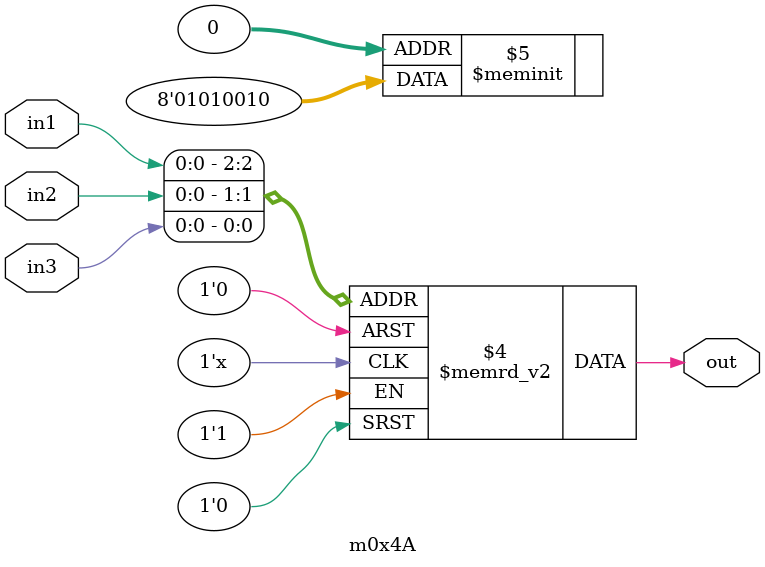
<source format=v>
module m0x4A(output out, input in1, in2, in3);

   always @(in1, in2, in3)
     begin
        case({in1, in2, in3})
          3'b000: {out} = 1'b0;
          3'b001: {out} = 1'b1;
          3'b010: {out} = 1'b0;
          3'b011: {out} = 1'b0;
          3'b100: {out} = 1'b1;
          3'b101: {out} = 1'b0;
          3'b110: {out} = 1'b1;
          3'b111: {out} = 1'b0;
        endcase // case ({in1, in2, in3})
     end // always @ (in1, in2, in3)

endmodule // m0x4A
</source>
